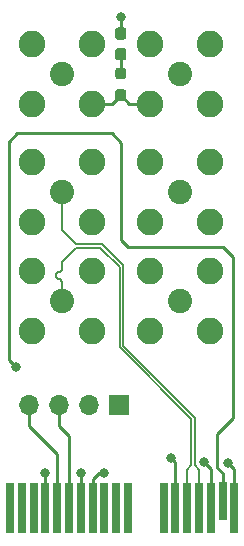
<source format=gtl>
G04 #@! TF.GenerationSoftware,KiCad,Pcbnew,5.1.10*
G04 #@! TF.CreationDate,2021-09-17T19:19:20-07:00*
G04 #@! TF.ProjectId,PCIEX1-SMA,50434945-5831-42d5-934d-412e6b696361,rev?*
G04 #@! TF.SameCoordinates,Original*
G04 #@! TF.FileFunction,Copper,L1,Top*
G04 #@! TF.FilePolarity,Positive*
%FSLAX46Y46*%
G04 Gerber Fmt 4.6, Leading zero omitted, Abs format (unit mm)*
G04 Created by KiCad (PCBNEW 5.1.10) date 2021-09-17 19:19:20*
%MOMM*%
%LPD*%
G01*
G04 APERTURE LIST*
G04 #@! TA.AperFunction,ComponentPad*
%ADD10R,1.700000X1.700000*%
G04 #@! TD*
G04 #@! TA.AperFunction,ComponentPad*
%ADD11O,1.700000X1.700000*%
G04 #@! TD*
G04 #@! TA.AperFunction,ComponentPad*
%ADD12C,2.050000*%
G04 #@! TD*
G04 #@! TA.AperFunction,ComponentPad*
%ADD13C,2.250000*%
G04 #@! TD*
G04 #@! TA.AperFunction,ConnectorPad*
%ADD14R,0.700000X4.300000*%
G04 #@! TD*
G04 #@! TA.AperFunction,ConnectorPad*
%ADD15R,0.700000X3.200000*%
G04 #@! TD*
G04 #@! TA.AperFunction,ViaPad*
%ADD16C,0.800000*%
G04 #@! TD*
G04 #@! TA.AperFunction,Conductor*
%ADD17C,0.250000*%
G04 #@! TD*
G04 #@! TA.AperFunction,Conductor*
%ADD18C,0.149098*%
G04 #@! TD*
G04 APERTURE END LIST*
G04 #@! TA.AperFunction,SMDPad,CuDef*
G36*
G01*
X150272500Y-75747500D02*
X150747500Y-75747500D01*
G75*
G02*
X150985000Y-75985000I0J-237500D01*
G01*
X150985000Y-76485000D01*
G75*
G02*
X150747500Y-76722500I-237500J0D01*
G01*
X150272500Y-76722500D01*
G75*
G02*
X150035000Y-76485000I0J237500D01*
G01*
X150035000Y-75985000D01*
G75*
G02*
X150272500Y-75747500I237500J0D01*
G01*
G37*
G04 #@! TD.AperFunction*
G04 #@! TA.AperFunction,SMDPad,CuDef*
G36*
G01*
X150272500Y-77572500D02*
X150747500Y-77572500D01*
G75*
G02*
X150985000Y-77810000I0J-237500D01*
G01*
X150985000Y-78310000D01*
G75*
G02*
X150747500Y-78547500I-237500J0D01*
G01*
X150272500Y-78547500D01*
G75*
G02*
X150035000Y-78310000I0J237500D01*
G01*
X150035000Y-77810000D01*
G75*
G02*
X150272500Y-77572500I237500J0D01*
G01*
G37*
G04 #@! TD.AperFunction*
G04 #@! TA.AperFunction,SMDPad,CuDef*
G36*
G01*
X150747500Y-75135000D02*
X150272500Y-75135000D01*
G75*
G02*
X150035000Y-74897500I0J237500D01*
G01*
X150035000Y-74322500D01*
G75*
G02*
X150272500Y-74085000I237500J0D01*
G01*
X150747500Y-74085000D01*
G75*
G02*
X150985000Y-74322500I0J-237500D01*
G01*
X150985000Y-74897500D01*
G75*
G02*
X150747500Y-75135000I-237500J0D01*
G01*
G37*
G04 #@! TD.AperFunction*
G04 #@! TA.AperFunction,SMDPad,CuDef*
G36*
G01*
X150747500Y-73385000D02*
X150272500Y-73385000D01*
G75*
G02*
X150035000Y-73147500I0J237500D01*
G01*
X150035000Y-72572500D01*
G75*
G02*
X150272500Y-72335000I237500J0D01*
G01*
X150747500Y-72335000D01*
G75*
G02*
X150985000Y-72572500I0J-237500D01*
G01*
X150985000Y-73147500D01*
G75*
G02*
X150747500Y-73385000I-237500J0D01*
G01*
G37*
G04 #@! TD.AperFunction*
D10*
X150350000Y-104300000D03*
D11*
X147810000Y-104300000D03*
X145270000Y-104300000D03*
X142730000Y-104300000D03*
D12*
X155510000Y-76250000D03*
D13*
X158050000Y-78790000D03*
X158050000Y-73710000D03*
X152970000Y-73710000D03*
X152970000Y-78790000D03*
D12*
X155510000Y-95460000D03*
D13*
X158050000Y-98000000D03*
X158050000Y-92920000D03*
X152970000Y-92920000D03*
X152970000Y-98000000D03*
D12*
X145510000Y-76250000D03*
D13*
X148050000Y-78790000D03*
X148050000Y-73710000D03*
X142970000Y-73710000D03*
X142970000Y-78790000D03*
D12*
X155510000Y-86250000D03*
D13*
X158050000Y-88790000D03*
X158050000Y-83710000D03*
X152970000Y-83710000D03*
X152970000Y-88790000D03*
D12*
X145510000Y-86250000D03*
D13*
X148050000Y-88790000D03*
X148050000Y-83710000D03*
X142970000Y-83710000D03*
X142970000Y-88790000D03*
D12*
X145510000Y-95460000D03*
D13*
X148050000Y-98000000D03*
X148050000Y-92920000D03*
X142970000Y-92920000D03*
X142970000Y-98000000D03*
D14*
X155130000Y-112990000D03*
X154130000Y-112990000D03*
X160130000Y-112990000D03*
D15*
X159130000Y-112440000D03*
D14*
X158130000Y-112990000D03*
X157130000Y-112990000D03*
X156130000Y-112990000D03*
X151130000Y-112990000D03*
X150130000Y-112990000D03*
X149130000Y-112990000D03*
X148130000Y-112990000D03*
X147130000Y-112990000D03*
X146130000Y-112990000D03*
X145130000Y-112990000D03*
X144130000Y-112990000D03*
X143130000Y-112990000D03*
X142130000Y-112990000D03*
X141130000Y-112990000D03*
D16*
X147140000Y-110040000D03*
X144130000Y-110030000D03*
X154780000Y-108790000D03*
X157550000Y-109150000D03*
X159620000Y-109210000D03*
X149130000Y-110030000D03*
X150510000Y-71490000D03*
X141650000Y-101100000D03*
D17*
X147130000Y-110050000D02*
X147140000Y-110040000D01*
X147130000Y-112990000D02*
X147130000Y-110050000D01*
X144130000Y-112990000D02*
X144130000Y-110030000D01*
X155130000Y-109140000D02*
X155130000Y-112990000D01*
X154780000Y-108790000D02*
X155130000Y-109140000D01*
X158130000Y-109730000D02*
X157550000Y-109150000D01*
X158130000Y-112990000D02*
X158130000Y-109730000D01*
X160130000Y-109720000D02*
X159620000Y-109210000D01*
X160130000Y-112990000D02*
X160130000Y-109720000D01*
X149780000Y-78790000D02*
X150510000Y-78060000D01*
X148050000Y-78790000D02*
X149780000Y-78790000D01*
X151240000Y-78790000D02*
X150510000Y-78060000D01*
X152970000Y-78790000D02*
X151240000Y-78790000D01*
D18*
X145457286Y-93722589D02*
X145486072Y-93768401D01*
X145510000Y-95201236D02*
X145510000Y-95460000D01*
X145419028Y-93684331D02*
X145457286Y-93722589D01*
X145322147Y-93637675D02*
X145373216Y-93655545D01*
X145214616Y-93625560D02*
X145322147Y-93637675D01*
X145457286Y-92940646D02*
X145419028Y-92978904D01*
X145486072Y-92894834D02*
X145457286Y-92940646D01*
X145322147Y-93025560D02*
X145214616Y-93037675D01*
X145079477Y-93122589D02*
X145050691Y-93168401D01*
X145079477Y-93540646D02*
X145117735Y-93578904D01*
X146700000Y-90988049D02*
X145510000Y-92178049D01*
X148792817Y-90988049D02*
X146700000Y-90988049D01*
X145026764Y-93273236D02*
X145026764Y-93390000D01*
X145163547Y-93055545D02*
X145117735Y-93084331D01*
X145510000Y-92790000D02*
X145503942Y-92843765D01*
X150411951Y-92607183D02*
X148792817Y-90988049D01*
X150411951Y-99407183D02*
X150411951Y-92607183D01*
X156491951Y-105487183D02*
X150411951Y-99407183D01*
X145503942Y-93819470D02*
X145510000Y-93873236D01*
X156491951Y-109403048D02*
X156491951Y-105487183D01*
X145503942Y-92843765D02*
X145486072Y-92894834D01*
X145510000Y-92178049D02*
X145510000Y-92790000D01*
X156130000Y-112990000D02*
X156130000Y-109764999D01*
X145373216Y-93007690D02*
X145322147Y-93025560D01*
X145419028Y-92978904D02*
X145373216Y-93007690D01*
X145050691Y-93168401D02*
X145032821Y-93219470D01*
X145510000Y-93873236D02*
X145510000Y-95201236D01*
X156130000Y-109764999D02*
X156491951Y-109403048D01*
X145032821Y-93219470D02*
X145026764Y-93273236D01*
X145214616Y-93037675D02*
X145163547Y-93055545D01*
X145117735Y-93084331D02*
X145079477Y-93122589D01*
X145026764Y-93390000D02*
X145032821Y-93443765D01*
X145032821Y-93443765D02*
X145050691Y-93494834D01*
X145373216Y-93655545D02*
X145419028Y-93684331D01*
X145050691Y-93494834D02*
X145079477Y-93540646D01*
X145117735Y-93578904D02*
X145163547Y-93607690D01*
X145486072Y-93768401D02*
X145503942Y-93819470D01*
X145163547Y-93607690D02*
X145214616Y-93625560D01*
X145510000Y-89521951D02*
X145510000Y-86250000D01*
X146700000Y-90711951D02*
X145510000Y-89521951D01*
X148907183Y-90711951D02*
X146700000Y-90711951D01*
X150688049Y-92492817D02*
X148907183Y-90711951D01*
X157130000Y-109764999D02*
X156768049Y-109403048D01*
X150688049Y-99292817D02*
X150688049Y-92492817D01*
X157130000Y-112990000D02*
X157130000Y-109764999D01*
X156768049Y-109403048D02*
X156768049Y-105372817D01*
X156768049Y-105372817D02*
X150688049Y-99292817D01*
D17*
X148130000Y-112990000D02*
X148130000Y-110530000D01*
X148630000Y-110030000D02*
X149130000Y-110030000D01*
X148130000Y-110530000D02*
X148630000Y-110030000D01*
X150510000Y-72860000D02*
X150510000Y-71490000D01*
X159130000Y-112440000D02*
X159130000Y-110090000D01*
X159130000Y-110090000D02*
X158680000Y-109640000D01*
X158680000Y-109640000D02*
X158680000Y-106770000D01*
X159150000Y-90900000D02*
X151150000Y-90900000D01*
X158680000Y-106770000D02*
X160050000Y-105400000D01*
X160050000Y-105400000D02*
X160050000Y-91800000D01*
X141050000Y-82000000D02*
X141050000Y-100500000D01*
X141050000Y-100500000D02*
X141650000Y-101100000D01*
X160050000Y-91800000D02*
X159150000Y-90900000D01*
X151150000Y-90900000D02*
X150550000Y-90300000D01*
X150550000Y-90300000D02*
X150550000Y-82100000D01*
X150550000Y-82100000D02*
X149750000Y-81300000D01*
X149750000Y-81300000D02*
X141750000Y-81300000D01*
X141750000Y-81300000D02*
X141050000Y-82000000D01*
X145270000Y-104300000D02*
X145270000Y-106080000D01*
X146130000Y-106940000D02*
X146130000Y-107680000D01*
X145270000Y-106080000D02*
X146130000Y-106940000D01*
X146130000Y-107680000D02*
X146130000Y-112990000D01*
X145130000Y-108720000D02*
X145130000Y-112990000D01*
X142730000Y-106080000D02*
X145130000Y-108480000D01*
X145130000Y-108480000D02*
X145130000Y-108720000D01*
X142730000Y-104300000D02*
X142730000Y-106080000D01*
X150510000Y-74610000D02*
X150510000Y-76235000D01*
M02*

</source>
